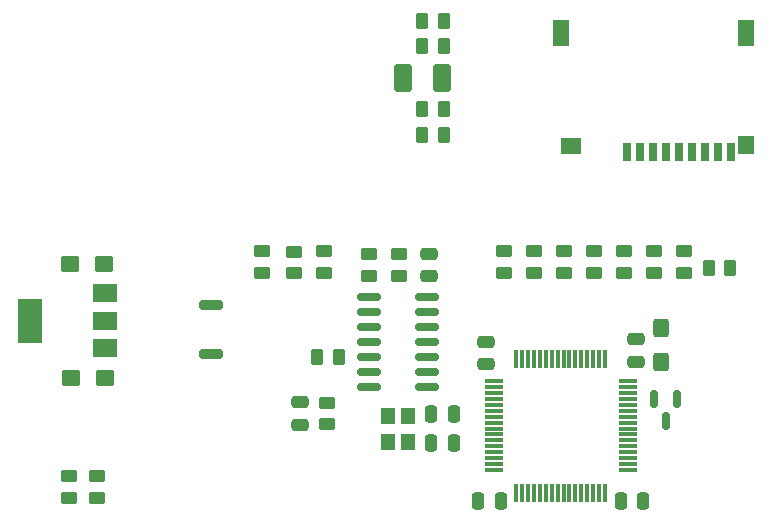
<source format=gbr>
G04 #@! TF.GenerationSoftware,KiCad,Pcbnew,7.0.10*
G04 #@! TF.CreationDate,2024-01-22T14:27:09-06:00*
G04 #@! TF.ProjectId,OpenFlops,4f70656e-466c-46f7-9073-2e6b69636164,1.0*
G04 #@! TF.SameCoordinates,PX72b28c8PY7654b98*
G04 #@! TF.FileFunction,Paste,Top*
G04 #@! TF.FilePolarity,Positive*
%FSLAX46Y46*%
G04 Gerber Fmt 4.6, Leading zero omitted, Abs format (unit mm)*
G04 Created by KiCad (PCBNEW 7.0.10) date 2024-01-22 14:27:09*
%MOMM*%
%LPD*%
G01*
G04 APERTURE LIST*
G04 Aperture macros list*
%AMRoundRect*
0 Rectangle with rounded corners*
0 $1 Rounding radius*
0 $2 $3 $4 $5 $6 $7 $8 $9 X,Y pos of 4 corners*
0 Add a 4 corners polygon primitive as box body*
4,1,4,$2,$3,$4,$5,$6,$7,$8,$9,$2,$3,0*
0 Add four circle primitives for the rounded corners*
1,1,$1+$1,$2,$3*
1,1,$1+$1,$4,$5*
1,1,$1+$1,$6,$7*
1,1,$1+$1,$8,$9*
0 Add four rect primitives between the rounded corners*
20,1,$1+$1,$2,$3,$4,$5,0*
20,1,$1+$1,$4,$5,$6,$7,0*
20,1,$1+$1,$6,$7,$8,$9,0*
20,1,$1+$1,$8,$9,$2,$3,0*%
G04 Aperture macros list end*
%ADD10RoundRect,0.150000X-0.150000X0.587500X-0.150000X-0.587500X0.150000X-0.587500X0.150000X0.587500X0*%
%ADD11RoundRect,0.250000X0.475000X-0.250000X0.475000X0.250000X-0.475000X0.250000X-0.475000X-0.250000X0*%
%ADD12RoundRect,0.150000X-0.825000X-0.150000X0.825000X-0.150000X0.825000X0.150000X-0.825000X0.150000X0*%
%ADD13RoundRect,0.250000X-0.250000X-0.475000X0.250000X-0.475000X0.250000X0.475000X-0.250000X0.475000X0*%
%ADD14RoundRect,0.250000X0.537500X0.425000X-0.537500X0.425000X-0.537500X-0.425000X0.537500X-0.425000X0*%
%ADD15RoundRect,0.250000X-0.450000X0.262500X-0.450000X-0.262500X0.450000X-0.262500X0.450000X0.262500X0*%
%ADD16R,2.000000X1.500000*%
%ADD17R,2.000000X3.800000*%
%ADD18RoundRect,0.250000X0.450000X-0.262500X0.450000X0.262500X-0.450000X0.262500X-0.450000X-0.262500X0*%
%ADD19RoundRect,0.250000X-0.262500X-0.450000X0.262500X-0.450000X0.262500X0.450000X-0.262500X0.450000X0*%
%ADD20RoundRect,0.250000X0.250000X0.475000X-0.250000X0.475000X-0.250000X-0.475000X0.250000X-0.475000X0*%
%ADD21RoundRect,0.250000X0.425000X-0.537500X0.425000X0.537500X-0.425000X0.537500X-0.425000X-0.537500X0*%
%ADD22RoundRect,0.200000X0.800000X-0.200000X0.800000X0.200000X-0.800000X0.200000X-0.800000X-0.200000X0*%
%ADD23RoundRect,0.250000X0.262500X0.450000X-0.262500X0.450000X-0.262500X-0.450000X0.262500X-0.450000X0*%
%ADD24RoundRect,0.075000X-0.700000X-0.075000X0.700000X-0.075000X0.700000X0.075000X-0.700000X0.075000X0*%
%ADD25RoundRect,0.075000X-0.075000X-0.700000X0.075000X-0.700000X0.075000X0.700000X-0.075000X0.700000X0*%
%ADD26RoundRect,0.250001X0.499999X0.924999X-0.499999X0.924999X-0.499999X-0.924999X0.499999X-0.924999X0*%
%ADD27R,0.700000X1.600000*%
%ADD28R,1.400000X1.600000*%
%ADD29R,1.400000X2.200000*%
%ADD30R,1.800000X1.400000*%
%ADD31R,1.200000X1.400000*%
G04 APERTURE END LIST*
D10*
X57211000Y11019000D03*
X55311000Y11019000D03*
X56261000Y9144000D03*
D11*
X41031000Y13979000D03*
X41031000Y15879000D03*
D12*
X31115000Y19685000D03*
X31115000Y18415000D03*
X31115000Y17145000D03*
X31115000Y15875000D03*
X31115000Y14605000D03*
X31115000Y13335000D03*
X31115000Y12065000D03*
X36065000Y12065000D03*
X36065000Y13335000D03*
X36065000Y14605000D03*
X36065000Y15875000D03*
X36065000Y17145000D03*
X36065000Y18415000D03*
X36065000Y19685000D03*
D13*
X36431000Y9731000D03*
X38331000Y9731000D03*
D14*
X8717000Y22479000D03*
X5842000Y22479000D03*
D15*
X42545000Y23518500D03*
X42545000Y21693500D03*
D16*
X8763000Y15353000D03*
X8763000Y17653000D03*
D17*
X2463000Y17653000D03*
D16*
X8763000Y19953000D03*
D15*
X31115000Y23280500D03*
X31115000Y21455500D03*
D18*
X5715000Y2643500D03*
X5715000Y4468500D03*
D19*
X35640000Y35560000D03*
X37465000Y35560000D03*
D15*
X50165000Y23518500D03*
X50165000Y21693500D03*
D11*
X53721000Y14163000D03*
X53721000Y16063000D03*
D15*
X47625000Y23518500D03*
X47625000Y21693500D03*
D20*
X42281000Y2379000D03*
X40381000Y2379000D03*
D13*
X36431000Y7318000D03*
X38331000Y7318000D03*
D19*
X35663500Y40894000D03*
X37488500Y40894000D03*
D11*
X25294200Y8841500D03*
X25294200Y10741500D03*
X36195000Y21402000D03*
X36195000Y23302000D03*
D15*
X45085000Y23518500D03*
X45085000Y21693500D03*
D14*
X8803500Y12827000D03*
X5928500Y12827000D03*
D21*
X55880000Y14143000D03*
X55880000Y17018000D03*
D15*
X22098000Y23518500D03*
X22098000Y21693500D03*
X57785000Y23518500D03*
X57785000Y21693500D03*
D19*
X26773500Y14605000D03*
X28598500Y14605000D03*
D22*
X17780000Y14791000D03*
X17780000Y18991000D03*
D13*
X52481000Y2379000D03*
X54381000Y2379000D03*
D23*
X37488500Y43053000D03*
X35663500Y43053000D03*
D15*
X52705000Y23518500D03*
X52705000Y21693500D03*
X55245000Y23518500D03*
X55245000Y21693500D03*
D24*
X41696000Y12513000D03*
X41696000Y12013000D03*
X41696000Y11513000D03*
X41696000Y11013000D03*
X41696000Y10513000D03*
X41696000Y10013000D03*
X41696000Y9513000D03*
X41696000Y9013000D03*
X41696000Y8513000D03*
X41696000Y8013000D03*
X41696000Y7513000D03*
X41696000Y7013000D03*
X41696000Y6513000D03*
X41696000Y6013000D03*
X41696000Y5513000D03*
X41696000Y5013000D03*
D25*
X43621000Y3088000D03*
X44121000Y3088000D03*
X44621000Y3088000D03*
X45121000Y3088000D03*
X45621000Y3088000D03*
X46121000Y3088000D03*
X46621000Y3088000D03*
X47121000Y3088000D03*
X47621000Y3088000D03*
X48121000Y3088000D03*
X48621000Y3088000D03*
X49121000Y3088000D03*
X49621000Y3088000D03*
X50121000Y3088000D03*
X50621000Y3088000D03*
X51121000Y3088000D03*
D24*
X53046000Y5013000D03*
X53046000Y5513000D03*
X53046000Y6013000D03*
X53046000Y6513000D03*
X53046000Y7013000D03*
X53046000Y7513000D03*
X53046000Y8013000D03*
X53046000Y8513000D03*
X53046000Y9013000D03*
X53046000Y9513000D03*
X53046000Y10013000D03*
X53046000Y10513000D03*
X53046000Y11013000D03*
X53046000Y11513000D03*
X53046000Y12013000D03*
X53046000Y12513000D03*
D25*
X51121000Y14438000D03*
X50621000Y14438000D03*
X50121000Y14438000D03*
X49621000Y14438000D03*
X49121000Y14438000D03*
X48621000Y14438000D03*
X48121000Y14438000D03*
X47621000Y14438000D03*
X47121000Y14438000D03*
X46621000Y14438000D03*
X46121000Y14438000D03*
X45621000Y14438000D03*
X45121000Y14438000D03*
X44621000Y14438000D03*
X44121000Y14438000D03*
X43621000Y14438000D03*
D26*
X37312000Y38227000D03*
X34062000Y38227000D03*
D27*
X52975000Y31909000D03*
X54075000Y31909000D03*
X55175000Y31909000D03*
X56275000Y31909000D03*
X57375000Y31909000D03*
X58475000Y31909000D03*
X59575000Y31909000D03*
X60675000Y31909000D03*
X61775000Y31909000D03*
D28*
X63075000Y32509000D03*
D29*
X63075000Y42009000D03*
X47375000Y42009000D03*
D30*
X48275000Y32409000D03*
D15*
X33655000Y23280500D03*
X33655000Y21455500D03*
D23*
X37465000Y33401000D03*
X35640000Y33401000D03*
D15*
X24765000Y23495000D03*
X24765000Y21670000D03*
X27631000Y10704000D03*
X27631000Y8879000D03*
X8128000Y4468500D03*
X8128000Y2643500D03*
D19*
X59920500Y22098000D03*
X61745500Y22098000D03*
D31*
X34482000Y7361000D03*
X34482000Y9561000D03*
X32782000Y9561000D03*
X32782000Y7361000D03*
D15*
X27305000Y23518500D03*
X27305000Y21693500D03*
M02*

</source>
